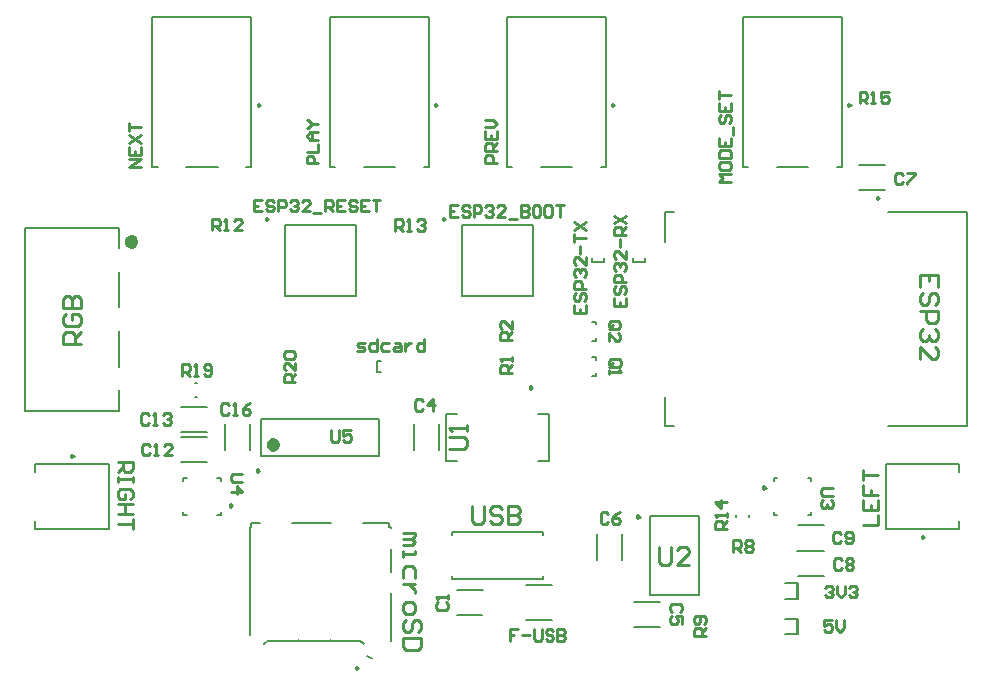
<source format=gto>
G04*
G04 #@! TF.GenerationSoftware,Altium Limited,Altium Designer,21.8.1 (53)*
G04*
G04 Layer_Color=65535*
%FSLAX25Y25*%
%MOIN*%
G70*
G04*
G04 #@! TF.SameCoordinates,6541C71C-86F6-470F-9AA4-03F4BE15980B*
G04*
G04*
G04 #@! TF.FilePolarity,Positive*
G04*
G01*
G75*
%ADD10C,0.00394*%
%ADD11C,0.00984*%
%ADD12C,0.02362*%
%ADD13C,0.00787*%
%ADD14C,0.03150*%
%ADD15C,0.01000*%
%ADD16R,0.00803X0.05118*%
D10*
X186626Y106606D02*
D03*
Y118417D02*
D03*
D11*
X204921Y52362D02*
X204183Y52788D01*
Y51936D01*
X204921Y52362D01*
X246949Y62008D02*
X246211Y62434D01*
Y61582D01*
X246949Y62008D01*
X68996Y56102D02*
X68258Y56529D01*
Y55676D01*
X68996Y56102D01*
X140059Y151575D02*
X139321Y152001D01*
Y151149D01*
X140059Y151575D01*
X81004D02*
X80266Y152001D01*
Y151149D01*
X81004Y151575D01*
X77973Y67618D02*
X77234Y68044D01*
Y67192D01*
X77973Y67618D01*
X169124Y95350D02*
X168386Y95776D01*
Y94924D01*
X169124Y95350D01*
X111171Y1919D02*
X110433Y2345D01*
Y1493D01*
X111171Y1919D01*
X78386Y189563D02*
X77648Y189990D01*
Y189137D01*
X78386Y189563D01*
X196496D02*
X195758Y189990D01*
Y189137D01*
X196496Y189563D01*
X137441D02*
X136703Y189990D01*
Y189137D01*
X137441Y189563D01*
X16240Y72520D02*
X15502Y72946D01*
Y72093D01*
X16240Y72520D01*
X284685Y158563D02*
X283947Y158989D01*
Y158137D01*
X284685Y158563D01*
X299705Y45591D02*
X298967Y46017D01*
Y45164D01*
X299705Y45591D01*
X275236Y189563D02*
X274498Y189990D01*
Y189137D01*
X275236Y189563D01*
D12*
X83858Y76378D02*
X83414Y77301D01*
X82414Y77529D01*
X81613Y76890D01*
Y75866D01*
X82414Y75226D01*
X83414Y75454D01*
X83858Y76378D01*
D13*
X81191Y10778D02*
X80313Y10571D01*
X79619Y9994D01*
X112961Y9938D02*
X112257Y10555D01*
X111348Y10778D01*
X101724Y11171D02*
X101330Y10778D01*
X91487D02*
X91094Y11171D01*
X113928Y5808D02*
X115285Y5266D01*
X91094Y11171D02*
X90700Y10778D01*
X102117D02*
X101724Y11171D01*
X278030Y161092D02*
X286692D01*
X278051Y169587D02*
X286713D01*
X51947Y80383D02*
X60609D01*
X51968Y88878D02*
X60630D01*
X52067Y70571D02*
X60728D01*
X52067Y79035D02*
X60728D01*
X56693Y92224D02*
X57480D01*
X56693Y96752D02*
X57480D01*
X241437Y52165D02*
Y52953D01*
X236910Y52165D02*
Y52953D01*
X202756Y137205D02*
X206693D01*
Y138386D01*
X202756Y137205D02*
Y138386D01*
X188976Y137205D02*
X192913D01*
Y138386D01*
X188976Y137205D02*
Y138386D01*
X257579Y32382D02*
X266240D01*
X257579Y40846D02*
X266240D01*
X257558Y41013D02*
X266219D01*
X257579Y49508D02*
X266240D01*
X190551Y99213D02*
Y100087D01*
Y104638D02*
Y105512D01*
X188927Y99213D02*
X190551D01*
X188927Y105512D02*
X190551D01*
X190551Y111024D02*
Y111898D01*
Y116449D02*
Y117323D01*
X188927Y111024D02*
X190551D01*
X188927Y117323D02*
X190551D01*
X117520Y100394D02*
Y104331D01*
Y100394D02*
X118701D01*
X117520Y104331D02*
X118701D01*
X75129Y74388D02*
Y83050D01*
X66634Y74410D02*
Y83071D01*
X253543Y13189D02*
X257874D01*
X253543Y18307D02*
X257874D01*
Y13189D02*
Y18307D01*
X253543Y25000D02*
X257874D01*
X253543Y30118D02*
X257874D01*
Y25000D02*
Y30118D01*
X199144Y37971D02*
Y46633D01*
X190650Y37992D02*
Y46654D01*
X203030Y15423D02*
X211692D01*
X203051Y23917D02*
X211713D01*
X166949Y17835D02*
X175571D01*
X166949Y29409D02*
X175571D01*
X143919Y27885D02*
X152580D01*
X143898Y19390D02*
X152559D01*
X208465Y26181D02*
X224606D01*
X208465Y52559D02*
X224606D01*
Y26181D02*
Y52559D01*
X208465Y26181D02*
Y52559D01*
X249705Y64075D02*
Y65256D01*
Y52854D02*
Y54035D01*
X260925Y52854D02*
X262106D01*
X249705D02*
X250886D01*
X262106Y64075D02*
Y65256D01*
Y52854D02*
Y54035D01*
X260925Y65256D02*
X262106D01*
X249705D02*
X250886D01*
X65256Y52854D02*
Y54035D01*
Y64075D02*
Y65256D01*
X52854D02*
X54035D01*
X64075D02*
X65256D01*
X52854Y52854D02*
Y54035D01*
Y64075D02*
Y65256D01*
Y52854D02*
X54035D01*
X64075D02*
X65256D01*
X145669Y125984D02*
Y149606D01*
X169291Y125984D02*
Y149606D01*
X145669Y125984D02*
X169291D01*
X145669Y149606D02*
X169291D01*
X86614Y125984D02*
Y149606D01*
X110236Y125984D02*
Y149606D01*
X86614Y125984D02*
X110236D01*
X86614Y149606D02*
X110236D01*
X118110Y72441D02*
Y85039D01*
X78740Y72441D02*
Y85039D01*
X118110D01*
X78740Y72441D02*
X118110D01*
X170994Y86590D02*
X174680D01*
X140280D02*
X143966D01*
X140280Y70890D02*
Y86590D01*
X170994Y70890D02*
X174680D01*
X140280D02*
X143966D01*
X174680D02*
Y86590D01*
X115285Y5266D02*
X115738D01*
X121955Y10974D02*
Y26919D01*
X121978Y34006D02*
Y41486D01*
X102117Y10778D02*
X111348D01*
X74931Y48888D02*
X75403D01*
X81191Y10778D02*
X90700D01*
X121978Y48573D02*
Y48888D01*
X112589Y50148D02*
X120778D01*
X75403D02*
X77392D01*
X74931Y12746D02*
Y48888D01*
X75403D02*
Y50148D01*
X89085D02*
X101959D01*
X120778D02*
X121506D01*
Y48888D02*
X121978D01*
X121506D02*
Y50148D01*
X77392D02*
X78455D01*
X91487Y10778D02*
X101330D01*
X42555Y218863D02*
X75555D01*
X42555Y168963D02*
Y218863D01*
X73863Y168963D02*
X75555D01*
X53863D02*
X64248D01*
X42555D02*
X44248D01*
X75555D02*
Y218863D01*
X160665D02*
X193665D01*
X160665Y168963D02*
Y218863D01*
X191973Y168963D02*
X193665D01*
X171973D02*
X182358D01*
X160665D02*
X162358D01*
X193665D02*
Y218863D01*
X101610D02*
X134610D01*
X101610Y168963D02*
Y218863D01*
X132918Y168963D02*
X134610D01*
X112918D02*
X123303D01*
X101610D02*
X103303D01*
X134610D02*
Y218863D01*
X172638Y31693D02*
Y32677D01*
Y46260D02*
Y47047D01*
X142323Y46260D02*
Y47047D01*
Y31693D02*
Y32677D01*
Y31693D02*
X172638D01*
X142323Y47047D02*
X172638D01*
X31496Y122047D02*
Y133858D01*
Y141732D02*
Y148622D01*
X0Y87598D02*
Y148622D01*
X31496D01*
Y102362D02*
Y114173D01*
Y87598D02*
Y94488D01*
X0Y87598D02*
X31496D01*
X3543Y69961D02*
X27953D01*
Y48150D02*
Y69961D01*
X3543Y48150D02*
X27953D01*
X3543Y67079D02*
Y69961D01*
Y48150D02*
Y51032D01*
X287736Y153740D02*
X314173D01*
X213386D02*
X216240D01*
X213386Y82480D02*
Y92362D01*
Y143858D02*
Y153740D01*
X287736Y82480D02*
X314173D01*
X213386D02*
X216240D01*
X314173D02*
Y153740D01*
X287008Y48150D02*
X311417D01*
X287008D02*
Y69961D01*
X311417D01*
Y48150D02*
Y51032D01*
Y67079D02*
Y69961D01*
X239405Y218863D02*
X272406D01*
X239405Y168963D02*
Y218863D01*
X270713Y168963D02*
X272406D01*
X250713D02*
X261098D01*
X239405D02*
X241098D01*
X272406D02*
Y218863D01*
X138091Y74410D02*
Y83071D01*
X129626Y74410D02*
Y83071D01*
D14*
X36095Y144095D02*
X35570Y144818D01*
X34719Y144541D01*
Y143648D01*
X35570Y143371D01*
X36095Y144095D01*
D15*
X278250Y190060D02*
Y193995D01*
X280218D01*
X280873Y193340D01*
Y192027D01*
X280218Y191372D01*
X278250D01*
X279561D02*
X280873Y190060D01*
X282185D02*
X283497D01*
X282841D01*
Y193995D01*
X282185Y193340D01*
X288089Y193995D02*
X285465D01*
Y192027D01*
X286777Y192683D01*
X287433D01*
X288089Y192027D01*
Y190716D01*
X287433Y190060D01*
X286121D01*
X285465Y190716D01*
X123427Y147638D02*
Y151574D01*
X125395D01*
X126051Y150918D01*
Y149606D01*
X125395Y148950D01*
X123427D01*
X124739D02*
X126051Y147638D01*
X127363D02*
X128674D01*
X128018D01*
Y151574D01*
X127363Y150918D01*
X130642D02*
X131298Y151574D01*
X132610D01*
X133266Y150918D01*
Y150262D01*
X132610Y149606D01*
X131954D01*
X132610D01*
X133266Y148950D01*
Y148294D01*
X132610Y147638D01*
X131298D01*
X130642Y148294D01*
X62403Y147737D02*
Y151673D01*
X64371D01*
X65027Y151017D01*
Y149705D01*
X64371Y149049D01*
X62403D01*
X63715D02*
X65027Y147737D01*
X66339D02*
X67651D01*
X66995D01*
Y151673D01*
X66339Y151017D01*
X72242Y147737D02*
X69619D01*
X72242Y150361D01*
Y151017D01*
X71587Y151673D01*
X70275D01*
X69619Y151017D01*
X292848Y166371D02*
X292192Y167027D01*
X290880D01*
X290224Y166371D01*
Y163747D01*
X290880Y163091D01*
X292192D01*
X292848Y163747D01*
X294160Y167027D02*
X296784D01*
Y166371D01*
X294160Y163747D01*
Y163091D01*
X41503Y86154D02*
X40847Y86810D01*
X39535D01*
X38879Y86154D01*
Y83531D01*
X39535Y82875D01*
X40847D01*
X41503Y83531D01*
X42815Y82875D02*
X44127D01*
X43471D01*
Y86810D01*
X42815Y86154D01*
X46095D02*
X46751Y86810D01*
X48063D01*
X48719Y86154D01*
Y85498D01*
X48063Y84842D01*
X47407D01*
X48063D01*
X48719Y84187D01*
Y83531D01*
X48063Y82875D01*
X46751D01*
X46095Y83531D01*
X41799Y76017D02*
X41143Y76673D01*
X39831D01*
X39175Y76017D01*
Y73393D01*
X39831Y72737D01*
X41143D01*
X41799Y73393D01*
X43111Y72737D02*
X44423D01*
X43766D01*
Y76673D01*
X43111Y76017D01*
X49014Y72737D02*
X46390D01*
X49014Y75361D01*
Y76017D01*
X48358Y76673D01*
X47046D01*
X46390Y76017D01*
X52364Y99312D02*
Y103247D01*
X54332D01*
X54988Y102591D01*
Y101279D01*
X54332Y100624D01*
X52364D01*
X53676D02*
X54988Y99312D01*
X56300D02*
X57611D01*
X56955D01*
Y103247D01*
X56300Y102591D01*
X59579Y99968D02*
X60235Y99312D01*
X61547D01*
X62203Y99968D01*
Y102591D01*
X61547Y103247D01*
X60235D01*
X59579Y102591D01*
Y101936D01*
X60235Y101279D01*
X62203D01*
X234153Y48131D02*
X230217D01*
Y50099D01*
X230873Y50755D01*
X232185D01*
X232841Y50099D01*
Y48131D01*
Y49443D02*
X234153Y50755D01*
Y52067D02*
Y53379D01*
Y52723D01*
X230217D01*
X230873Y52067D01*
X234153Y57315D02*
X230217D01*
X232185Y55347D01*
Y57971D01*
X196556Y125135D02*
Y122511D01*
X200491D01*
Y125135D01*
X198524Y122511D02*
Y123823D01*
X197212Y129071D02*
X196556Y128415D01*
Y127103D01*
X197212Y126447D01*
X197868D01*
X198524Y127103D01*
Y128415D01*
X199180Y129071D01*
X199836D01*
X200491Y128415D01*
Y127103D01*
X199836Y126447D01*
X200491Y130383D02*
X196556D01*
Y132351D01*
X197212Y133007D01*
X198524D01*
X199180Y132351D01*
Y130383D01*
X197212Y134319D02*
X196556Y134975D01*
Y136286D01*
X197212Y136943D01*
X197868D01*
X198524Y136286D01*
Y135631D01*
Y136286D01*
X199180Y136943D01*
X199836D01*
X200491Y136286D01*
Y134975D01*
X199836Y134319D01*
X200491Y140878D02*
Y138254D01*
X197868Y140878D01*
X197212D01*
X196556Y140222D01*
Y138910D01*
X197212Y138254D01*
X198524Y142190D02*
Y144814D01*
X200491Y146126D02*
X196556D01*
Y148094D01*
X197212Y148750D01*
X198524D01*
X199180Y148094D01*
Y146126D01*
Y147438D02*
X200491Y148750D01*
X196556Y150062D02*
X200491Y152685D01*
X196556D02*
X200491Y150062D01*
X182973Y122970D02*
Y120346D01*
X186909D01*
Y122970D01*
X184941Y120346D02*
Y121658D01*
X183629Y126906D02*
X182973Y126250D01*
Y124938D01*
X183629Y124282D01*
X184285D01*
X184941Y124938D01*
Y126250D01*
X185597Y126906D01*
X186253D01*
X186909Y126250D01*
Y124938D01*
X186253Y124282D01*
X186909Y128218D02*
X182973D01*
Y130185D01*
X183629Y130841D01*
X184941D01*
X185597Y130185D01*
Y128218D01*
X183629Y132153D02*
X182973Y132809D01*
Y134121D01*
X183629Y134777D01*
X184285D01*
X184941Y134121D01*
Y133465D01*
Y134121D01*
X185597Y134777D01*
X186253D01*
X186909Y134121D01*
Y132809D01*
X186253Y132153D01*
X186909Y138713D02*
Y136089D01*
X184285Y138713D01*
X183629D01*
X182973Y138057D01*
Y136745D01*
X183629Y136089D01*
X184941Y140025D02*
Y142649D01*
X182973Y143960D02*
Y146584D01*
Y145272D01*
X186909D01*
X182973Y147896D02*
X186909Y150520D01*
X182973D02*
X186909Y147896D01*
X272277Y37828D02*
X271621Y38484D01*
X270309D01*
X269653Y37828D01*
Y35204D01*
X270309Y34548D01*
X271621D01*
X272277Y35204D01*
X273589Y37828D02*
X274245Y38484D01*
X275557D01*
X276213Y37828D01*
Y37172D01*
X275557Y36516D01*
X276213Y35860D01*
Y35204D01*
X275557Y34548D01*
X274245D01*
X273589Y35204D01*
Y35860D01*
X274245Y36516D01*
X273589Y37172D01*
Y37828D01*
X274245Y36516D02*
X275557D01*
X272080Y46686D02*
X271424Y47342D01*
X270112D01*
X269456Y46686D01*
Y44062D01*
X270112Y43406D01*
X271424D01*
X272080Y44062D01*
X273392D02*
X274048Y43406D01*
X275360D01*
X276016Y44062D01*
Y46686D01*
X275360Y47342D01*
X274048D01*
X273392Y46686D01*
Y46030D01*
X274048Y45374D01*
X276016D01*
X195538Y102362D02*
X198162D01*
X198818Y103018D01*
Y104330D01*
X198162Y104986D01*
X195538D01*
X194883Y104330D01*
Y103018D01*
X196195Y103674D02*
X194883Y102362D01*
Y103018D02*
X195538Y102362D01*
X194883Y101050D02*
Y99738D01*
Y100394D01*
X198818D01*
X198162Y101050D01*
X90216Y97115D02*
X86280D01*
Y99082D01*
X86936Y99738D01*
X88248D01*
X88904Y99082D01*
Y97115D01*
Y98427D02*
X90216Y99738D01*
Y103674D02*
Y101050D01*
X87592Y103674D01*
X86936D01*
X86280Y103018D01*
Y101706D01*
X86936Y101050D01*
Y104986D02*
X86280Y105642D01*
Y106954D01*
X86936Y107610D01*
X89560D01*
X90216Y106954D01*
Y105642D01*
X89560Y104986D01*
X86936D01*
X110896Y107678D02*
X112864D01*
X113520Y108334D01*
X112864Y108990D01*
X111552D01*
X110896Y109646D01*
X111552Y110302D01*
X113520D01*
X117455Y111614D02*
Y107678D01*
X115488D01*
X114832Y108334D01*
Y109646D01*
X115488Y110302D01*
X117455D01*
X121391D02*
X119423D01*
X118767Y109646D01*
Y108334D01*
X119423Y107678D01*
X121391D01*
X123359Y110302D02*
X124671D01*
X125327Y109646D01*
Y107678D01*
X123359D01*
X122703Y108334D01*
X123359Y108990D01*
X125327D01*
X126639Y110302D02*
Y107678D01*
Y108990D01*
X127295Y109646D01*
X127951Y110302D01*
X128607D01*
X133198Y111614D02*
Y107678D01*
X131231D01*
X130575Y108334D01*
Y109646D01*
X131231Y110302D01*
X133198D01*
X195243Y114829D02*
X197867D01*
X198523Y115485D01*
Y116797D01*
X197867Y117453D01*
X195243D01*
X194587Y116797D01*
Y115485D01*
X195899Y116141D02*
X194587Y114829D01*
Y115485D02*
X195243Y114829D01*
X194587Y110893D02*
Y113517D01*
X197211Y110893D01*
X197867D01*
X198523Y111549D01*
Y112861D01*
X197867Y113517D01*
X162401Y111090D02*
X158465D01*
Y113058D01*
X159121Y113714D01*
X160433D01*
X161089Y113058D01*
Y111090D01*
Y112402D02*
X162401Y113714D01*
Y117650D02*
Y115026D01*
X159777Y117650D01*
X159121D01*
X158465Y116994D01*
Y115682D01*
X159121Y115026D01*
X162401Y100132D02*
X158465D01*
Y102100D01*
X159121Y102756D01*
X160433D01*
X161089Y102100D01*
Y100132D01*
Y101444D02*
X162401Y102756D01*
Y104068D02*
Y105380D01*
Y104724D01*
X158465D01*
X159121Y104068D01*
X67980Y89403D02*
X67324Y90058D01*
X66012D01*
X65356Y89403D01*
Y86779D01*
X66012Y86123D01*
X67324D01*
X67980Y86779D01*
X69292Y86123D02*
X70604D01*
X69948D01*
Y90058D01*
X69292Y89403D01*
X75195Y90058D02*
X73883Y89403D01*
X72571Y88091D01*
Y86779D01*
X73227Y86123D01*
X74539D01*
X75195Y86779D01*
Y87435D01*
X74539Y88091D01*
X72571D01*
X227165Y12665D02*
X223229D01*
Y14633D01*
X223885Y15289D01*
X225197D01*
X225853Y14633D01*
Y12665D01*
Y13977D02*
X227165Y15289D01*
X226509Y16601D02*
X227165Y17257D01*
Y18569D01*
X226509Y19225D01*
X223885D01*
X223229Y18569D01*
Y17257D01*
X223885Y16601D01*
X224541D01*
X225197Y17257D01*
Y19225D01*
X269127Y17814D02*
X266504D01*
Y15846D01*
X267816Y16502D01*
X268472D01*
X269127Y15846D01*
Y14535D01*
X268472Y13879D01*
X267160D01*
X266504Y14535D01*
X270439Y17814D02*
Y15191D01*
X271751Y13879D01*
X273063Y15191D01*
Y17814D01*
X236090Y40453D02*
Y44389D01*
X238058D01*
X238714Y43733D01*
Y42421D01*
X238058Y41765D01*
X236090D01*
X237402D02*
X238714Y40453D01*
X240026Y43733D02*
X240682Y44389D01*
X241994D01*
X242650Y43733D01*
Y43077D01*
X241994Y42421D01*
X242650Y41765D01*
Y41109D01*
X241994Y40453D01*
X240682D01*
X240026Y41109D01*
Y41765D01*
X240682Y42421D01*
X240026Y43077D01*
Y43733D01*
X240682Y42421D02*
X241994D01*
X266800Y28674D02*
X267456Y29330D01*
X268767D01*
X269423Y28674D01*
Y28018D01*
X268767Y27362D01*
X268111D01*
X268767D01*
X269423Y26706D01*
Y26050D01*
X268767Y25394D01*
X267456D01*
X266800Y26050D01*
X270735Y29330D02*
Y26706D01*
X272047Y25394D01*
X273359Y26706D01*
Y29330D01*
X274671Y28674D02*
X275327Y29330D01*
X276639D01*
X277295Y28674D01*
Y28018D01*
X276639Y27362D01*
X275983D01*
X276639D01*
X277295Y26706D01*
Y26050D01*
X276639Y25394D01*
X275327D01*
X274671Y26050D01*
X194521Y53084D02*
X193865Y53740D01*
X192553D01*
X191897Y53084D01*
Y50460D01*
X192553Y49804D01*
X193865D01*
X194521Y50460D01*
X198457Y53740D02*
X197145Y53084D01*
X195833Y51772D01*
Y50460D01*
X196489Y49804D01*
X197801D01*
X198457Y50460D01*
Y51116D01*
X197801Y51772D01*
X195833D01*
X218339Y20439D02*
X218995Y21095D01*
Y22407D01*
X218339Y23063D01*
X215716D01*
X215060Y22407D01*
Y21095D01*
X215716Y20439D01*
X218995Y16504D02*
Y19128D01*
X217028D01*
X217684Y17816D01*
Y17160D01*
X217028Y16504D01*
X215716D01*
X215060Y17160D01*
Y18472D01*
X215716Y19128D01*
X164405Y14960D02*
X161781D01*
Y12992D01*
X163093D01*
X161781D01*
Y11024D01*
X165717Y12992D02*
X168341D01*
X169653Y14960D02*
Y11680D01*
X170309Y11024D01*
X171621D01*
X172276Y11680D01*
Y14960D01*
X176212Y14304D02*
X175556Y14960D01*
X174244D01*
X173588Y14304D01*
Y13648D01*
X174244Y12992D01*
X175556D01*
X176212Y12336D01*
Y11680D01*
X175556Y11024D01*
X174244D01*
X173588Y11680D01*
X177524Y14960D02*
Y11024D01*
X179492D01*
X180148Y11680D01*
Y12336D01*
X179492Y12992D01*
X177524D01*
X179492D01*
X180148Y13648D01*
Y14304D01*
X179492Y14960D01*
X177524D01*
X137664Y23720D02*
X137009Y23065D01*
Y21753D01*
X137664Y21097D01*
X140288D01*
X140944Y21753D01*
Y23065D01*
X140288Y23720D01*
X140944Y25032D02*
Y26344D01*
Y25688D01*
X137009D01*
X137664Y25032D01*
X211439Y42369D02*
Y37371D01*
X212438Y36371D01*
X214438D01*
X215437Y37371D01*
Y42369D01*
X221435Y36371D02*
X217437D01*
X221435Y40370D01*
Y41369D01*
X220436Y42369D01*
X218436D01*
X217437Y41369D01*
X269488Y61744D02*
X266208D01*
X265552Y61088D01*
Y59777D01*
X266208Y59121D01*
X269488D01*
X268832Y57809D02*
X269488Y57153D01*
Y55841D01*
X268832Y55185D01*
X268176D01*
X267520Y55841D01*
Y56497D01*
Y55841D01*
X266864Y55185D01*
X266208D01*
X265552Y55841D01*
Y57153D01*
X266208Y57809D01*
X72539Y66567D02*
X69259D01*
X68603Y65911D01*
Y64599D01*
X69259Y63943D01*
X72539D01*
X68603Y60664D02*
X72539D01*
X70571Y62631D01*
Y60008D01*
X144329Y156134D02*
X141706D01*
Y152199D01*
X144329D01*
X141706Y154167D02*
X143017D01*
X148265Y155479D02*
X147609Y156134D01*
X146297D01*
X145641Y155479D01*
Y154823D01*
X146297Y154167D01*
X147609D01*
X148265Y153511D01*
Y152855D01*
X147609Y152199D01*
X146297D01*
X145641Y152855D01*
X149577Y152199D02*
Y156134D01*
X151545D01*
X152201Y155479D01*
Y154167D01*
X151545Y153511D01*
X149577D01*
X153513Y155479D02*
X154169Y156134D01*
X155481D01*
X156137Y155479D01*
Y154823D01*
X155481Y154167D01*
X154825D01*
X155481D01*
X156137Y153511D01*
Y152855D01*
X155481Y152199D01*
X154169D01*
X153513Y152855D01*
X160072Y152199D02*
X157449D01*
X160072Y154823D01*
Y155479D01*
X159416Y156134D01*
X158105D01*
X157449Y155479D01*
X161384Y151543D02*
X164008D01*
X165320Y156134D02*
Y152199D01*
X167288D01*
X167944Y152855D01*
Y153511D01*
X167288Y154167D01*
X165320D01*
X167288D01*
X167944Y154823D01*
Y155479D01*
X167288Y156134D01*
X165320D01*
X171224D02*
X169912D01*
X169256Y155479D01*
Y152855D01*
X169912Y152199D01*
X171224D01*
X171880Y152855D01*
Y155479D01*
X171224Y156134D01*
X175159D02*
X173847D01*
X173191Y155479D01*
Y152855D01*
X173847Y152199D01*
X175159D01*
X175815Y152855D01*
Y155479D01*
X175159Y156134D01*
X177127D02*
X179751D01*
X178439D01*
Y152199D01*
X79173Y158004D02*
X76549D01*
Y154069D01*
X79173D01*
X76549Y156037D02*
X77861D01*
X83108Y157349D02*
X82452Y158004D01*
X81141D01*
X80484Y157349D01*
Y156693D01*
X81141Y156037D01*
X82452D01*
X83108Y155381D01*
Y154725D01*
X82452Y154069D01*
X81141D01*
X80484Y154725D01*
X84420Y154069D02*
Y158004D01*
X86388D01*
X87044Y157349D01*
Y156037D01*
X86388Y155381D01*
X84420D01*
X88356Y157349D02*
X89012Y158004D01*
X90324D01*
X90980Y157349D01*
Y156693D01*
X90324Y156037D01*
X89668D01*
X90324D01*
X90980Y155381D01*
Y154725D01*
X90324Y154069D01*
X89012D01*
X88356Y154725D01*
X94915Y154069D02*
X92292D01*
X94915Y156693D01*
Y157349D01*
X94260Y158004D01*
X92948D01*
X92292Y157349D01*
X96228Y153413D02*
X98851D01*
X100163Y154069D02*
Y158004D01*
X102131D01*
X102787Y157349D01*
Y156037D01*
X102131Y155381D01*
X100163D01*
X101475D02*
X102787Y154069D01*
X106723Y158004D02*
X104099D01*
Y154069D01*
X106723D01*
X104099Y156037D02*
X105411D01*
X110659Y157349D02*
X110003Y158004D01*
X108691D01*
X108035Y157349D01*
Y156693D01*
X108691Y156037D01*
X110003D01*
X110659Y155381D01*
Y154725D01*
X110003Y154069D01*
X108691D01*
X108035Y154725D01*
X114594Y158004D02*
X111970D01*
Y154069D01*
X114594D01*
X111970Y156037D02*
X113282D01*
X115906Y158004D02*
X118530D01*
X117218D01*
Y154069D01*
X102134Y81102D02*
Y77822D01*
X102790Y77166D01*
X104102D01*
X104757Y77822D01*
Y81102D01*
X108693D02*
X106069D01*
Y79134D01*
X107381Y79790D01*
X108037D01*
X108693Y79134D01*
Y77822D01*
X108037Y77166D01*
X106725D01*
X106069Y77822D01*
X141489Y74840D02*
X146487D01*
X147487Y75840D01*
Y77839D01*
X146487Y78839D01*
X141489D01*
X147487Y80838D02*
Y82837D01*
Y81838D01*
X141489D01*
X142489Y80838D01*
X126036Y46856D02*
X130035D01*
Y45856D01*
X129035Y44857D01*
X126036D01*
X129035D01*
X130035Y43857D01*
X129035Y42857D01*
X126036D01*
Y40858D02*
Y38859D01*
Y39858D01*
X130035D01*
Y40858D01*
Y31861D02*
Y34860D01*
X129035Y35859D01*
X127036D01*
X126036Y34860D01*
Y31861D01*
X130035Y29861D02*
X126036D01*
X128036D01*
X129035Y28862D01*
X130035Y27862D01*
Y26862D01*
X126036Y22864D02*
Y20864D01*
X127036Y19865D01*
X129035D01*
X130035Y20864D01*
Y22864D01*
X129035Y23863D01*
X127036D01*
X126036Y22864D01*
X131035Y13867D02*
X132035Y14866D01*
Y16866D01*
X131035Y17865D01*
X130035D01*
X129035Y16866D01*
Y14866D01*
X128036Y13867D01*
X127036D01*
X126036Y14866D01*
Y16866D01*
X127036Y17865D01*
X132035Y11867D02*
X126036D01*
Y8868D01*
X127036Y7869D01*
X131035D01*
X132035Y8868D01*
Y11867D01*
X38779Y168966D02*
X34843D01*
X38779Y171589D01*
X34843D01*
Y175525D02*
Y172901D01*
X38779D01*
Y175525D01*
X36811Y172901D02*
Y174213D01*
X34843Y176837D02*
X38779Y179461D01*
X34843D02*
X38779Y176837D01*
X34843Y180773D02*
Y183397D01*
Y182085D01*
X38779D01*
X157283Y170245D02*
X153347D01*
Y172213D01*
X154003Y172869D01*
X155315D01*
X155971Y172213D01*
Y170245D01*
X157283Y174181D02*
X153347D01*
Y176149D01*
X154003Y176805D01*
X155315D01*
X155971Y176149D01*
Y174181D01*
Y175493D02*
X157283Y176805D01*
X153347Y180740D02*
Y178117D01*
X157283D01*
Y180740D01*
X155315Y178117D02*
Y179429D01*
X153347Y182052D02*
X155971D01*
X157283Y183364D01*
X155971Y184676D01*
X153347D01*
X97834Y170048D02*
X93898D01*
Y172016D01*
X94554Y172672D01*
X95866D01*
X96522Y172016D01*
Y170048D01*
X93898Y173984D02*
X97834D01*
Y176608D01*
Y177920D02*
X95210D01*
X93898Y179232D01*
X95210Y180544D01*
X97834D01*
X95866D01*
Y177920D01*
X93898Y181855D02*
X94554D01*
X95866Y183167D01*
X94554Y184479D01*
X93898D01*
X95866Y183167D02*
X97834D01*
X148991Y55853D02*
Y50855D01*
X149990Y49855D01*
X151990D01*
X152989Y50855D01*
Y55853D01*
X158988Y54854D02*
X157988Y55853D01*
X155989D01*
X154989Y54854D01*
Y53854D01*
X155989Y52854D01*
X157988D01*
X158988Y51855D01*
Y50855D01*
X157988Y49855D01*
X155989D01*
X154989Y50855D01*
X160987Y55853D02*
Y49855D01*
X163986D01*
X164986Y50855D01*
Y51855D01*
X163986Y52854D01*
X160987D01*
X163986D01*
X164986Y53854D01*
Y54854D01*
X163986Y55853D01*
X160987D01*
X18649Y110014D02*
X12651D01*
Y113013D01*
X13650Y114013D01*
X15650D01*
X16649Y113013D01*
Y110014D01*
Y112014D02*
X18649Y114013D01*
X13650Y120011D02*
X12651Y119011D01*
Y117012D01*
X13650Y116013D01*
X17649D01*
X18649Y117012D01*
Y119011D01*
X17649Y120011D01*
X15650D01*
Y118012D01*
X12651Y122011D02*
X18649D01*
Y125010D01*
X17649Y126009D01*
X16649D01*
X15650Y125010D01*
Y122011D01*
Y125010D01*
X14650Y126009D01*
X13650D01*
X12651Y125010D01*
Y122011D01*
X30965Y70597D02*
X35964D01*
Y68098D01*
X35131Y67264D01*
X33465D01*
X32631Y68098D01*
Y70597D01*
Y68931D02*
X30965Y67264D01*
X35964Y65598D02*
Y63932D01*
Y64765D01*
X30965D01*
Y65598D01*
Y63932D01*
X35131Y58101D02*
X35964Y58934D01*
Y60600D01*
X35131Y61433D01*
X31798D01*
X30965Y60600D01*
Y58934D01*
X31798Y58101D01*
X33465D01*
Y59767D01*
X35964Y56435D02*
X30965D01*
X33465D01*
Y53102D01*
X35964D01*
X30965D01*
X35964Y51436D02*
Y48104D01*
Y49770D01*
X30965D01*
X304379Y128907D02*
Y132906D01*
X298380D01*
Y128907D01*
X301379Y132906D02*
Y130906D01*
X303379Y122909D02*
X304379Y123909D01*
Y125908D01*
X303379Y126908D01*
X302379D01*
X301379Y125908D01*
Y123909D01*
X300380Y122909D01*
X299380D01*
X298380Y123909D01*
Y125908D01*
X299380Y126908D01*
X298380Y120910D02*
X304379D01*
Y117911D01*
X303379Y116911D01*
X301379D01*
X300380Y117911D01*
Y120910D01*
X303379Y114911D02*
X304379Y113912D01*
Y111913D01*
X303379Y110913D01*
X302379D01*
X301379Y111913D01*
Y112912D01*
Y111913D01*
X300380Y110913D01*
X299380D01*
X298380Y111913D01*
Y113912D01*
X299380Y114911D01*
X298380Y104915D02*
Y108914D01*
X302379Y104915D01*
X303379D01*
X304379Y105914D01*
Y107914D01*
X303379Y108914D01*
X279489Y49596D02*
X284487D01*
Y52928D01*
X279489Y57927D02*
Y54594D01*
X284487D01*
Y57927D01*
X281988Y54594D02*
Y56261D01*
X279489Y62925D02*
Y59593D01*
X281988D01*
Y61259D01*
Y59593D01*
X284487D01*
X279489Y64591D02*
Y67923D01*
Y66257D01*
X284487D01*
X235498Y163948D02*
X231562D01*
X232874Y165260D01*
X231562Y166572D01*
X235498D01*
X231562Y169852D02*
Y168540D01*
X232218Y167884D01*
X234842D01*
X235498Y168540D01*
Y169852D01*
X234842Y170508D01*
X232218D01*
X231562Y169852D01*
Y171820D02*
X235498D01*
Y173788D01*
X234842Y174444D01*
X232218D01*
X231562Y173788D01*
Y171820D01*
Y178379D02*
Y175756D01*
X235498D01*
Y178379D01*
X233530Y175756D02*
Y177068D01*
X236154Y179691D02*
Y182315D01*
X232218Y186251D02*
X231562Y185595D01*
Y184283D01*
X232218Y183627D01*
X232874D01*
X233530Y184283D01*
Y185595D01*
X234186Y186251D01*
X234842D01*
X235498Y185595D01*
Y184283D01*
X234842Y183627D01*
X231562Y190187D02*
Y187563D01*
X235498D01*
Y190187D01*
X233530Y187563D02*
Y188875D01*
X231562Y191499D02*
Y194122D01*
Y192810D01*
X235498D01*
X132824Y90880D02*
X132168Y91536D01*
X130856D01*
X130200Y90880D01*
Y88256D01*
X130856Y87600D01*
X132168D01*
X132824Y88256D01*
X136104Y87600D02*
Y91536D01*
X134136Y89568D01*
X136760D01*
D16*
X257307Y15807D02*
D03*
Y27618D02*
D03*
M02*

</source>
